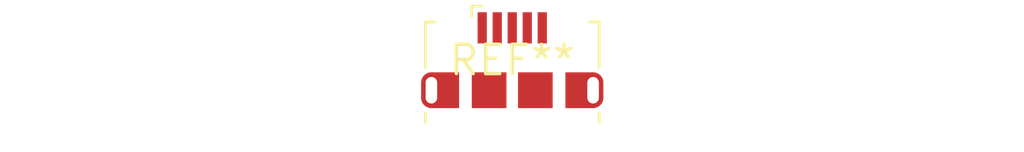
<source format=kicad_pcb>
(kicad_pcb (version 20240108) (generator pcbnew)
  (layers (0 "F.Cu" signal) (31 "B.Cu" signal) (34 "B.Paste" user) (35 "F.Paste" user) (36 "B.SilkS" user "B.Silkscreen") (37 "F.SilkS" user "F.Silkscreen") (38 "B.Mask" user) (39 "F.Mask" user) (44 "Edge.Cuts" user))
  (net 0 "")
  (footprint "USB_Micro-B_Amphenol_10118194_Horizontal" (layer "F.Cu") (at 0 0)
    (property "Reference" "REF**")
    (property "Value" "USB_Micro-B_Amphenol_10118194_Horizontal")
    (fp_line (start -3.76 -1.66) (end -3.34 -1.66) (layer "F.SilkS") (stroke (width 0.12)))
    (fp_line (start -3.76 0.32) (end -3.76 -1.66) (layer "F.SilkS") (stroke (width 0.12)))
    (fp_line (start -3.76 2.69) (end -3.76 2.29) (layer "F.SilkS") (stroke (width 0.12)))
    (fp_line (start -1.76 -1.89) (end -1.76 -2.34) (layer "F.SilkS") (stroke (width 0.12)))
    (fp_line (start -1.31 -2.34) (end -1.76 -2.34) (layer "F.SilkS") (stroke (width 0.12)))
    (fp_line (start 3.76 -1.66) (end 3.34 -1.66) (layer "F.SilkS") (stroke (width 0.12)))
    (fp_line (start 3.76 0.32) (end 3.76 -1.66) (layer "F.SilkS") (stroke (width 0.12)))
    (fp_line (start 3.76 2.29) (end 3.76 2.69) (layer "F.SilkS") (stroke (width 0.12)))
    (pad "1" smd rect (at -1.3 -1.4) (size 0.4 1.35) (layers "F.Cu" "F.Paste" "F.Mask"))
    (pad "2" smd rect (at -0.65 -1.4) (size 0.4 1.35) (layers "F.Cu" "F.Paste" "F.Mask"))
    (pad "3" smd rect (at 0 -1.4) (size 0.4 1.35) (layers "F.Cu" "F.Paste" "F.Mask"))
    (pad "4" smd rect (at 0.65 -1.4) (size 0.4 1.35) (layers "F.Cu" "F.Paste" "F.Mask"))
    (pad "5" smd rect (at 1.3 -1.4) (size 0.4 1.35) (layers "F.Cu" "F.Paste" "F.Mask"))
    (pad "6" thru_hole oval (at -3.5 1.3) (size 0.89 1.55) (drill oval 0.5 1.15) (layers *.Cu *.Mask) (remove_unused_layers))
    (pad "6" smd rect (at -2.9 1.3) (size 1.2 1.55) (layers "F.Cu" "F.Paste" "F.Mask"))
    (pad "6" thru_hole oval (at -2.5 -1.4) (size 1.25 0.95) (drill oval 0.85 0.55) (layers *.Cu *.Mask) (remove_unused_layers))
    (pad "6" smd rect (at -1 1.3) (size 1.5 1.55) (layers "F.Cu" "F.Paste" "F.Mask"))
    (pad "6" smd rect (at 1 1.3) (size 1.5 1.55) (layers "F.Cu" "F.Paste" "F.Mask"))
    (pad "6" thru_hole oval (at 2.5 -1.4) (size 1.25 0.95) (drill oval 0.85 0.55) (layers *.Cu *.Mask) (remove_unused_layers))
    (pad "6" smd rect (at 2.9 1.3) (size 1.2 1.55) (layers "F.Cu" "F.Paste" "F.Mask"))
    (pad "6" thru_hole oval (at 3.5 1.3) (size 0.89 1.55) (drill oval 0.5 1.15) (layers *.Cu *.Mask) (remove_unused_layers))
  )
)
</source>
